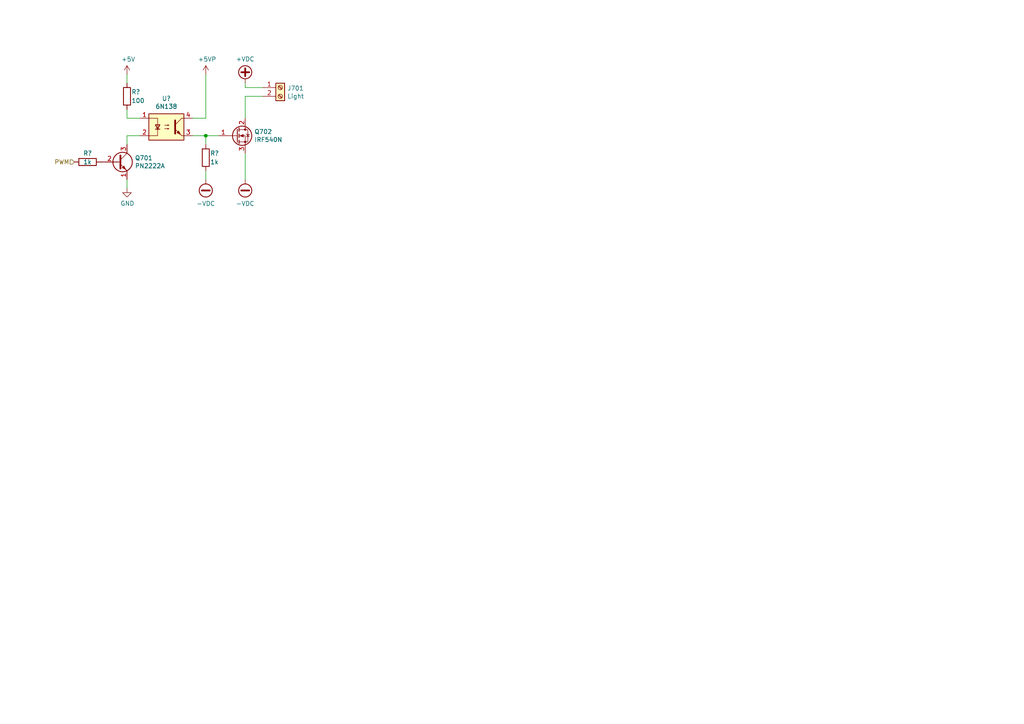
<source format=kicad_sch>
(kicad_sch (version 20230121) (generator eeschema)
  (paper "A4")
  (lib_symbols
    (symbol "Connector:Screw_Terminal_01x02" (pin_names (offset 1.016) hide)
      (property "Reference" "J" (at 0 2.54 0))
      (property "Value" "Screw_Terminal_01x02" (at 0 -5.08 0))
      (symbol "Screw_Terminal_01x02_1_1"
        (rectangle (start -1.27 1.27) (end 1.27 -3.81) (stroke (width 0.254)) (fill (type background)))
        (circle (center 0 -2.54) (radius 0.635) (stroke (width 0.1524)))
        (polyline (pts (xy -0.5334 -2.2098) (xy 0.3302 -3.048)) (stroke (width 0.1524)))
        (polyline (pts (xy -0.5334 0.3302) (xy 0.3302 -0.508)) (stroke (width 0.1524)))
        (polyline (pts (xy -0.3556 -2.032) (xy 0.508 -2.8702)) (stroke (width 0.1524)))
        (polyline (pts (xy -0.3556 0.508) (xy 0.508 -0.3302)) (stroke (width 0.1524)))
        (circle (center 0 0) (radius 0.635) (stroke (width 0.1524)))
        (pin passive line (at -5.08 0 0) (length 3.81) (name "Pin_1") (number "1"))
        (pin passive line (at -5.08 -2.54 0) (length 3.81) (name "Pin_2") (number "2"))
      )
    )
    (symbol "Device:R" (pin_numbers hide) (pin_names (offset 0))
      (property "Reference" "R" (at 2.032 0 90))
      (property "Value" "R" (at 0 0 90))
      (symbol "R_0_1"
        (rectangle (start -1.016 -2.54) (end 1.016 2.54) (stroke (width 0.254)))
      )
      (symbol "R_1_1"
        (pin passive line (at 0 3.81 270) (length 1.27) (name "~") (number "1"))
        (pin passive line (at 0 -3.81 90) (length 1.27) (name "~") (number "2"))
      )
    )
    (symbol "Isolator:EL817" (pin_names (offset 1.016))
      (property "Reference" "U" (at -5.08 5.08 0))
      (property "Value" "EL817" (at 0 5.08 0))
      (symbol "EL817_0_1"
        (rectangle (start -5.08 3.81) (end 5.08 -3.81) (stroke (width 0.254)) (fill (type background)))
        (polyline (pts (xy -3.175 -0.635) (xy -1.905 -0.635)) (stroke (width 0.254)))
        (polyline (pts (xy 2.54 0.635) (xy 4.445 2.54)))
        (polyline (pts (xy 4.445 -2.54) (xy 2.54 -0.635)) (fill (type outline)))
        (polyline (pts (xy 4.445 -2.54) (xy 5.08 -2.54)))
        (polyline (pts (xy 4.445 2.54) (xy 5.08 2.54)))
        (polyline (pts (xy -5.08 2.54) (xy -2.54 2.54) (xy -2.54 -0.635)))
        (polyline (pts (xy -2.54 -0.635) (xy -2.54 -2.54) (xy -5.08 -2.54)))
        (polyline (pts (xy 2.54 1.905) (xy 2.54 -1.905) (xy 2.54 -1.905)) (stroke (width 0.508)))
        (polyline (pts (xy -2.54 -0.635) (xy -3.175 0.635) (xy -1.905 0.635) (xy -2.54 -0.635)) (stroke (width 0.254)))
        (polyline (pts (xy -0.508 -0.508) (xy 0.762 -0.508) (xy 0.381 -0.635) (xy 0.381 -0.381) (xy 0.762 -0.508)))
        (polyline (pts (xy -0.508 0.508) (xy 0.762 0.508) (xy 0.381 0.381) (xy 0.381 0.635) (xy 0.762 0.508)))
        (polyline (pts (xy 3.048 -1.651) (xy 3.556 -1.143) (xy 4.064 -2.159) (xy 3.048 -1.651) (xy 3.048 -1.651)) (fill (type outline)))
      )
      (symbol "EL817_1_1"
        (pin passive line (at -7.62 2.54 0) (length 2.54) (name "~") (number "1"))
        (pin passive line (at -7.62 -2.54 0) (length 2.54) (name "~") (number "2"))
        (pin passive line (at 7.62 -2.54 180) (length 2.54) (name "~") (number "3"))
        (pin passive line (at 7.62 2.54 180) (length 2.54) (name "~") (number "4"))
      )
    )
    (symbol "Transistor_BJT:PN2222A" (pin_names (offset 0) hide)
      (property "Reference" "Q" (at 5.08 1.905 0))
      (property "Value" "PN2222A" (at 5.08 0 0))
      (symbol "PN2222A_0_1"
        (polyline (pts (xy 0 0) (xy 0.635 0)))
        (polyline (pts (xy 2.54 -2.54) (xy 0.635 -0.635)))
        (polyline (pts (xy 2.54 2.54) (xy 0.635 0.635)))
        (polyline (pts (xy 0.635 1.905) (xy 0.635 -1.905) (xy 0.635 -1.905)) (stroke (width 0.508)))
        (polyline (pts (xy 2.413 -2.413) (xy 1.905 -1.905) (xy 1.905 -1.905)))
        (polyline (pts (xy 1.143 -1.651) (xy 1.651 -1.143) (xy 2.159 -2.159) (xy 1.143 -1.651) (xy 1.143 -1.651)) (fill (type outline)))
        (circle (center 1.27 0) (radius 2.8194) (stroke (width 0.254)))
      )
      (symbol "PN2222A_1_1"
        (pin passive line (at 2.54 -5.08 90) (length 2.54) (name "E") (number "1"))
        (pin input line (at -5.08 0 0) (length 5.08) (name "B") (number "2"))
        (pin passive line (at 2.54 5.08 270) (length 2.54) (name "C") (number "3"))
      )
    )
    (symbol "Transistor_FET:IRF540N" (pin_names hide)
      (property "Reference" "Q" (at 6.35 1.905 0))
      (property "Value" "IRF540N" (at 6.35 0 0))
      (symbol "IRF540N_0_1"
        (polyline (pts (xy 0.254 0) (xy -2.54 0)))
        (polyline (pts (xy 0.254 1.905) (xy 0.254 -1.905)) (stroke (width 0.254)))
        (polyline (pts (xy 0.762 -1.27) (xy 0.762 -2.286)) (stroke (width 0.254)))
        (polyline (pts (xy 0.762 0.508) (xy 0.762 -0.508)) (stroke (width 0.254)))
        (polyline (pts (xy 0.762 2.286) (xy 0.762 1.27)) (stroke (width 0.254)))
        (polyline (pts (xy 2.54 2.54) (xy 2.54 1.778)))
        (polyline (pts (xy 2.54 -2.54) (xy 2.54 0) (xy 0.762 0)))
        (polyline (pts (xy 0.762 -1.778) (xy 3.302 -1.778) (xy 3.302 1.778) (xy 0.762 1.778)))
        (polyline (pts (xy 1.016 0) (xy 2.032 0.381) (xy 2.032 -0.381) (xy 1.016 0)) (fill (type outline)))
        (polyline (pts (xy 2.794 0.508) (xy 2.921 0.381) (xy 3.683 0.381) (xy 3.81 0.254)))
        (polyline (pts (xy 3.302 0.381) (xy 2.921 -0.254) (xy 3.683 -0.254) (xy 3.302 0.381)))
        (circle (center 1.651 0) (radius 2.794) (stroke (width 0.254)))
        (circle (center 2.54 -1.778) (radius 0.254) (fill (type outline)))
        (circle (center 2.54 1.778) (radius 0.254) (fill (type outline)))
      )
      (symbol "IRF540N_1_1"
        (pin input line (at -5.08 0 0) (length 2.54) (name "G") (number "1"))
        (pin passive line (at 2.54 5.08 270) (length 2.54) (name "D") (number "2"))
        (pin passive line (at 2.54 -5.08 90) (length 2.54) (name "S") (number "3"))
      )
    )
    (symbol "power:+5V" (power) (pin_names (offset 0))
      (property "Value" "+5V" (at 0 3.556 0))
      (symbol "+5V_0_1"
        (polyline (pts (xy -0.762 1.27) (xy 0 2.54)))
        (polyline (pts (xy 0 0) (xy 0 2.54)))
        (polyline (pts (xy 0 2.54) (xy 0.762 1.27)))
      )
      (symbol "+5V_1_1"
        (pin power_in line (at 0 0 90) (length 0) hide (name "+5V") (number "1"))
      )
    )
    (symbol "power:+5VP" (power) (pin_names (offset 0))
      (property "Value" "+5VP" (at 0 3.556 0))
      (symbol "+5VP_0_1"
        (polyline (pts (xy -0.762 1.27) (xy 0 2.54)))
        (polyline (pts (xy 0 0) (xy 0 2.54)))
        (polyline (pts (xy 0 2.54) (xy 0.762 1.27)))
      )
      (symbol "+5VP_1_1"
        (pin power_in line (at 0 0 90) (length 0) hide (name "+5VP") (number "1"))
      )
    )
    (symbol "power:+VDC" (power) (pin_names (offset 0))
      (property "Value" "+VDC" (at 0 6.35 0))
      (symbol "+VDC_0_1"
        (polyline (pts (xy -1.143 3.175) (xy 1.143 3.175)) (stroke (width 0.508)))
        (polyline (pts (xy 0 0) (xy 0 1.27)))
        (polyline (pts (xy 0 2.032) (xy 0 4.318)) (stroke (width 0.508)))
        (circle (center 0 3.175) (radius 1.905) (stroke (width 0.254)))
      )
      (symbol "+VDC_1_1"
        (pin power_in line (at 0 0 90) (length 0) hide (name "+VDC") (number "1"))
      )
    )
    (symbol "power:-VDC" (power) (pin_names (offset 0))
      (property "Value" "-VDC" (at 0 6.35 0))
      (symbol "-VDC_0_1"
        (polyline (pts (xy -1.143 3.175) (xy 1.143 3.175)) (stroke (width 0.508)))
        (polyline (pts (xy 0 0) (xy 0 1.27)))
        (circle (center 0 3.175) (radius 1.905) (stroke (width 0.254)))
      )
      (symbol "-VDC_1_1"
        (pin power_in line (at 0 0 90) (length 0) hide (name "-VDC") (number "1"))
      )
    )
    (symbol "power:GND" (power) (pin_names (offset 0))
      (property "Value" "GND" (at 0 -3.81 0))
      (symbol "GND_0_1"
        (polyline (pts (xy 0 0) (xy 0 -1.27) (xy 1.27 -1.27) (xy 0 -2.54) (xy -1.27 -1.27) (xy 0 -1.27)))
      )
      (symbol "GND_1_1"
        (pin power_in line (at 0 0 270) (length 0) hide (name "GND") (number "1"))
      )
    )
  )
  (junction (at 59.69 39.37))
  (wire (pts (xy 36.83 41.91) (xy 36.83 39.37)))
  (wire (pts (xy 63.5 39.37) (xy 59.69 39.37)))
  (wire (pts (xy 36.83 54.61) (xy 36.83 52.07)))
  (wire (pts (xy 59.69 49.53) (xy 59.69 52.07)))
  (wire (pts (xy 71.12 44.45) (xy 71.12 52.07)))
  (wire (pts (xy 36.83 39.37) (xy 40.64 39.37)))
  (wire (pts (xy 71.12 24.13) (xy 71.12 25.4)))
  (wire (pts (xy 36.83 34.29) (xy 40.64 34.29)))
  (wire (pts (xy 59.69 39.37) (xy 59.69 41.91)))
  (wire (pts (xy 71.12 27.94) (xy 71.12 34.29)))
  (wire (pts (xy 55.88 34.29) (xy 59.69 34.29)))
  (wire (pts (xy 76.2 27.94) (xy 71.12 27.94)))
  (wire (pts (xy 55.88 39.37) (xy 59.69 39.37)))
  (wire (pts (xy 36.83 31.75) (xy 36.83 34.29)))
  (wire (pts (xy 71.12 25.4) (xy 76.2 25.4)))
  (wire (pts (xy 36.83 21.59) (xy 36.83 24.13)))
  (wire (pts (xy 59.69 21.59) (xy 59.69 34.29)))
  (hierarchical_label "PWM" (shape input) (at 21.59 46.99 180))
  (symbol (lib_id "Isolator:EL817") (at 48.26 36.83 0) (unit 1)
    (property "Reference" "U?" (at 48.26 28.575 0))
    (property "Value" "6N138" (at 48.26 30.8864 0))
    (property "Footprint" "Package_DIP:DIP-4_W7.62mm" (effects hide))
    (instances (project "Lights" (path "" (reference "U?") (unit 1)) (path "" (reference "U701") (unit 1)) (path "" (reference "U?") (unit 1)) (path "" (reference "U801") (unit 1)) (path "" (reference "U401") (unit 1))))
  )
  (symbol (lib_id "Device:R") (at 36.83 27.94 0) (unit 1)
    (property "Reference" "R?" (at 38.1 26.67 0) (effects (justify left)))
    (property "Value" "100" (at 38.1 29.21 0) (effects (justify left)))
    (property "Footprint" "Resistor_THT:R_Axial_DIN0204_L3.6mm_D1.6mm_P2.54mm_Vertical" (effects hide))
    (instances (project "Lights" (path "" (reference "R?") (unit 1)) (path "" (reference "R702") (unit 1)) (path "" (reference "R?") (unit 1)) (path "" (reference "R802") (unit 1)) (path "" (reference "R402") (unit 1))))
  )
  (symbol (lib_id "Transistor_BJT:PN2222A") (at 34.29 46.99 0) (unit 1)
    (property "Reference" "Q701" (at 39.116 45.8216 0) (effects (justify left)))
    (property "Value" "PN2222A" (at 39.116 48.133 0) (effects (justify left)))
    (property "Footprint" "Package_TO_SOT_THT:TO-92_Inline_Wide" (effects hide))
    (property "Datasheet" "http://www.fairchildsemi.com/ds/PN/PN2222A.pdf" (effects hide))
    (instances (project "Lights" (path "" (reference "Q701") (unit 1)) (path "" (reference "Q401") (unit 1)) (path "" (reference "Q801") (unit 1))))
  )
  (symbol (lib_id "Device:R") (at 25.4 46.99 270) (unit 1)
    (property "Reference" "R?" (at 24.13 44.45 90) (effects (justify left)))
    (property "Value" "1k" (at 24.13 46.99 90) (effects (justify left)))
    (property "Footprint" "Resistor_THT:R_Axial_DIN0204_L3.6mm_D1.6mm_P2.54mm_Vertical" (effects hide))
    (instances (project "Lights" (path "" (reference "R?") (unit 1)) (path "" (reference "R701") (unit 1)) (path "" (reference "R?") (unit 1)) (path "" (reference "R801") (unit 1)) (path "" (reference "R401") (unit 1))))
  )
  (symbol (lib_id "power:+5V") (at 36.83 21.59 0) (unit 1)
    (property "Reference" "#PWR0701" (effects hide))
    (property "Value" "+5V" (at 37.211 17.1958 0))
    (instances (project "Lights" (path "" (reference "#PWR0701") (unit 1)) (path "" (reference "#PWR0401") (unit 1)) (path "" (reference "#PWR0801") (unit 1))))
  )
  (symbol (lib_id "power:GND") (at 36.83 54.61 0) (unit 1)
    (property "Reference" "#PWR0702" (effects hide))
    (property "Value" "GND" (at 36.957 59.0042 0))
    (instances (project "Lights" (path "" (reference "#PWR0702") (unit 1)) (path "" (reference "#PWR0402") (unit 1)) (path "" (reference "#PWR0802") (unit 1))))
  )
  (symbol (lib_id "Device:R") (at 59.69 45.72 0) (unit 1)
    (property "Reference" "R?" (at 60.96 44.45 0) (effects (justify left)))
    (property "Value" "1k" (at 60.96 46.99 0) (effects (justify left)))
    (property "Footprint" "Resistor_THT:R_Axial_DIN0204_L3.6mm_D1.6mm_P2.54mm_Vertical" (effects hide))
    (instances (project "Lights" (path "" (reference "R?") (unit 1)) (path "" (reference "R703") (unit 1)) (path "" (reference "R?") (unit 1)) (path "" (reference "R803") (unit 1)) (path "" (reference "R403") (unit 1))))
  )
  (symbol (lib_id "Transistor_FET:IRF540N") (at 68.58 39.37 0) (unit 1)
    (property "Reference" "Q702" (at 73.7616 38.2016 0) (effects (justify left)))
    (property "Value" "IRF540N" (at 73.7616 40.513 0) (effects (justify left)))
    (property "Footprint" "Package_TO_SOT_THT:TO-220-3_Vertical" (effects hide))
    (property "Datasheet" "http://www.irf.com/product-info/datasheets/data/irf540n.pdf" (effects hide))
    (instances (project "Lights" (path "" (reference "Q702") (unit 1)) (path "" (reference "Q402") (unit 1)) (path "" (reference "Q802") (unit 1))))
  )
  (symbol (lib_id "power:-VDC") (at 59.69 52.07 180) (unit 1)
    (property "Reference" "#PWR0704" (effects hide))
    (property "Value" "-VDC" (at 59.69 59.055 0))
    (instances (project "Lights" (path "" (reference "#PWR0704") (unit 1)) (path "" (reference "#PWR0404") (unit 1)) (path "" (reference "#PWR0804") (unit 1))))
  )
  (symbol (lib_id "power:-VDC") (at 71.12 52.07 180) (unit 1)
    (property "Reference" "#PWR0706" (effects hide))
    (property "Value" "-VDC" (at 71.12 59.055 0))
    (instances (project "Lights" (path "" (reference "#PWR0706") (unit 1)) (path "" (reference "#PWR0406") (unit 1)) (path "" (reference "#PWR0806") (unit 1))))
  )
  (symbol (lib_id "power:+VDC") (at 71.12 24.13 0) (unit 1)
    (property "Reference" "#PWR0705" (effects hide))
    (property "Value" "+VDC" (at 71.12 17.145 0))
    (instances (project "Lights" (path "" (reference "#PWR0705") (unit 1)) (path "" (reference "#PWR0405") (unit 1)) (path "" (reference "#PWR0805") (unit 1))))
  )
  (symbol (lib_id "Connector:Screw_Terminal_01x02") (at 81.28 25.4 0) (unit 1)
    (property "Reference" "J701" (at 83.312 25.6032 0) (effects (justify left)))
    (property "Value" "Light" (at 83.312 27.9146 0) (effects (justify left)))
    (property "Footprint" "TerminalBlock:TerminalBlock_bornier-2_P5.08mm" (effects hide))
    (instances (project "Lights" (path "" (reference "J701") (unit 1)) (path "" (reference "J401") (unit 1)) (path "" (reference "J801") (unit 1))))
  )
  (symbol (lib_id "power:+5VP") (at 59.69 21.59 0) (unit 1)
    (property "Reference" "#PWR0158" (effects hide))
    (property "Value" "+5VP" (at 60.071 17.1958 0))
    (instances (project "Lights" (path "" (reference "#PWR0158") (unit 1)) (path "" (reference "#PWR0160") (unit 1)) (path "" (reference "#PWR0159") (unit 1)) (path "" (reference "#PWR?") (unit 1))))
  )
)
</source>
